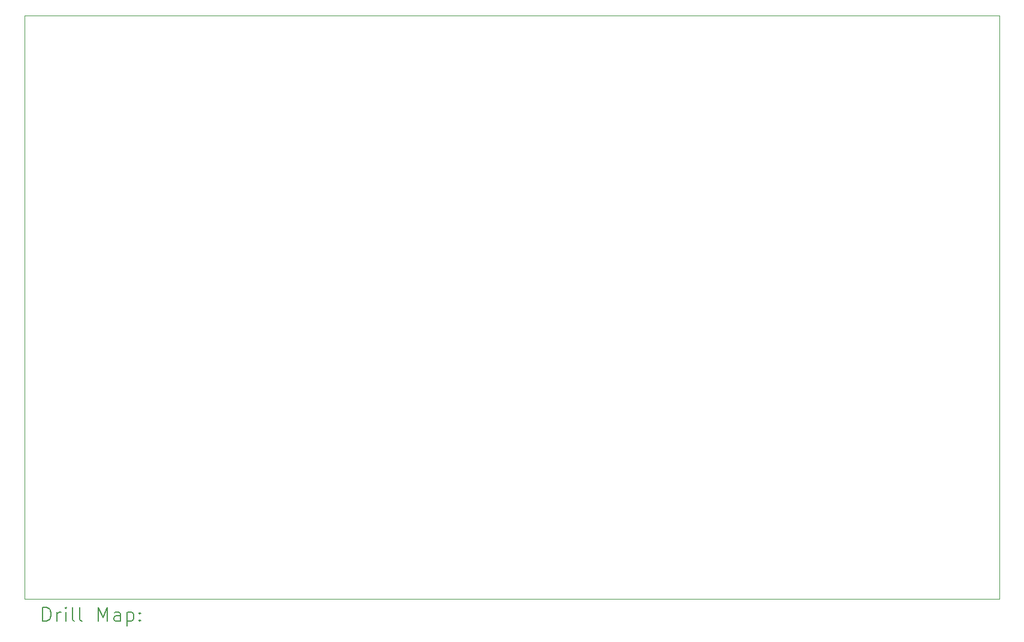
<source format=gbr>
%TF.GenerationSoftware,KiCad,Pcbnew,8.0.7*%
%TF.CreationDate,2025-01-13T19:37:49-08:00*%
%TF.ProjectId,DCDCv2,44434443-7632-42e6-9b69-6361645f7063,rev?*%
%TF.SameCoordinates,Original*%
%TF.FileFunction,Drillmap*%
%TF.FilePolarity,Positive*%
%FSLAX45Y45*%
G04 Gerber Fmt 4.5, Leading zero omitted, Abs format (unit mm)*
G04 Created by KiCad (PCBNEW 8.0.7) date 2025-01-13 19:37:49*
%MOMM*%
%LPD*%
G01*
G04 APERTURE LIST*
%ADD10C,0.050000*%
%ADD11C,0.200000*%
G04 APERTURE END LIST*
D10*
X1825000Y-2540000D02*
X15600000Y-2540000D01*
X15600000Y-10800000D01*
X1825000Y-10800000D01*
X1825000Y-2540000D01*
D11*
X2083277Y-11113984D02*
X2083277Y-10913984D01*
X2083277Y-10913984D02*
X2130896Y-10913984D01*
X2130896Y-10913984D02*
X2159467Y-10923508D01*
X2159467Y-10923508D02*
X2178515Y-10942555D01*
X2178515Y-10942555D02*
X2188039Y-10961603D01*
X2188039Y-10961603D02*
X2197563Y-10999698D01*
X2197563Y-10999698D02*
X2197563Y-11028270D01*
X2197563Y-11028270D02*
X2188039Y-11066365D01*
X2188039Y-11066365D02*
X2178515Y-11085412D01*
X2178515Y-11085412D02*
X2159467Y-11104460D01*
X2159467Y-11104460D02*
X2130896Y-11113984D01*
X2130896Y-11113984D02*
X2083277Y-11113984D01*
X2283277Y-11113984D02*
X2283277Y-10980650D01*
X2283277Y-11018746D02*
X2292801Y-10999698D01*
X2292801Y-10999698D02*
X2302324Y-10990174D01*
X2302324Y-10990174D02*
X2321372Y-10980650D01*
X2321372Y-10980650D02*
X2340420Y-10980650D01*
X2407086Y-11113984D02*
X2407086Y-10980650D01*
X2407086Y-10913984D02*
X2397563Y-10923508D01*
X2397563Y-10923508D02*
X2407086Y-10933031D01*
X2407086Y-10933031D02*
X2416610Y-10923508D01*
X2416610Y-10923508D02*
X2407086Y-10913984D01*
X2407086Y-10913984D02*
X2407086Y-10933031D01*
X2530896Y-11113984D02*
X2511848Y-11104460D01*
X2511848Y-11104460D02*
X2502324Y-11085412D01*
X2502324Y-11085412D02*
X2502324Y-10913984D01*
X2635658Y-11113984D02*
X2616610Y-11104460D01*
X2616610Y-11104460D02*
X2607086Y-11085412D01*
X2607086Y-11085412D02*
X2607086Y-10913984D01*
X2864229Y-11113984D02*
X2864229Y-10913984D01*
X2864229Y-10913984D02*
X2930896Y-11056841D01*
X2930896Y-11056841D02*
X2997562Y-10913984D01*
X2997562Y-10913984D02*
X2997562Y-11113984D01*
X3178515Y-11113984D02*
X3178515Y-11009222D01*
X3178515Y-11009222D02*
X3168991Y-10990174D01*
X3168991Y-10990174D02*
X3149943Y-10980650D01*
X3149943Y-10980650D02*
X3111848Y-10980650D01*
X3111848Y-10980650D02*
X3092801Y-10990174D01*
X3178515Y-11104460D02*
X3159467Y-11113984D01*
X3159467Y-11113984D02*
X3111848Y-11113984D01*
X3111848Y-11113984D02*
X3092801Y-11104460D01*
X3092801Y-11104460D02*
X3083277Y-11085412D01*
X3083277Y-11085412D02*
X3083277Y-11066365D01*
X3083277Y-11066365D02*
X3092801Y-11047317D01*
X3092801Y-11047317D02*
X3111848Y-11037793D01*
X3111848Y-11037793D02*
X3159467Y-11037793D01*
X3159467Y-11037793D02*
X3178515Y-11028270D01*
X3273753Y-10980650D02*
X3273753Y-11180650D01*
X3273753Y-10990174D02*
X3292801Y-10980650D01*
X3292801Y-10980650D02*
X3330896Y-10980650D01*
X3330896Y-10980650D02*
X3349943Y-10990174D01*
X3349943Y-10990174D02*
X3359467Y-10999698D01*
X3359467Y-10999698D02*
X3368991Y-11018746D01*
X3368991Y-11018746D02*
X3368991Y-11075889D01*
X3368991Y-11075889D02*
X3359467Y-11094936D01*
X3359467Y-11094936D02*
X3349943Y-11104460D01*
X3349943Y-11104460D02*
X3330896Y-11113984D01*
X3330896Y-11113984D02*
X3292801Y-11113984D01*
X3292801Y-11113984D02*
X3273753Y-11104460D01*
X3454705Y-11094936D02*
X3464229Y-11104460D01*
X3464229Y-11104460D02*
X3454705Y-11113984D01*
X3454705Y-11113984D02*
X3445182Y-11104460D01*
X3445182Y-11104460D02*
X3454705Y-11094936D01*
X3454705Y-11094936D02*
X3454705Y-11113984D01*
X3454705Y-10990174D02*
X3464229Y-10999698D01*
X3464229Y-10999698D02*
X3454705Y-11009222D01*
X3454705Y-11009222D02*
X3445182Y-10999698D01*
X3445182Y-10999698D02*
X3454705Y-10990174D01*
X3454705Y-10990174D02*
X3454705Y-11009222D01*
M02*

</source>
